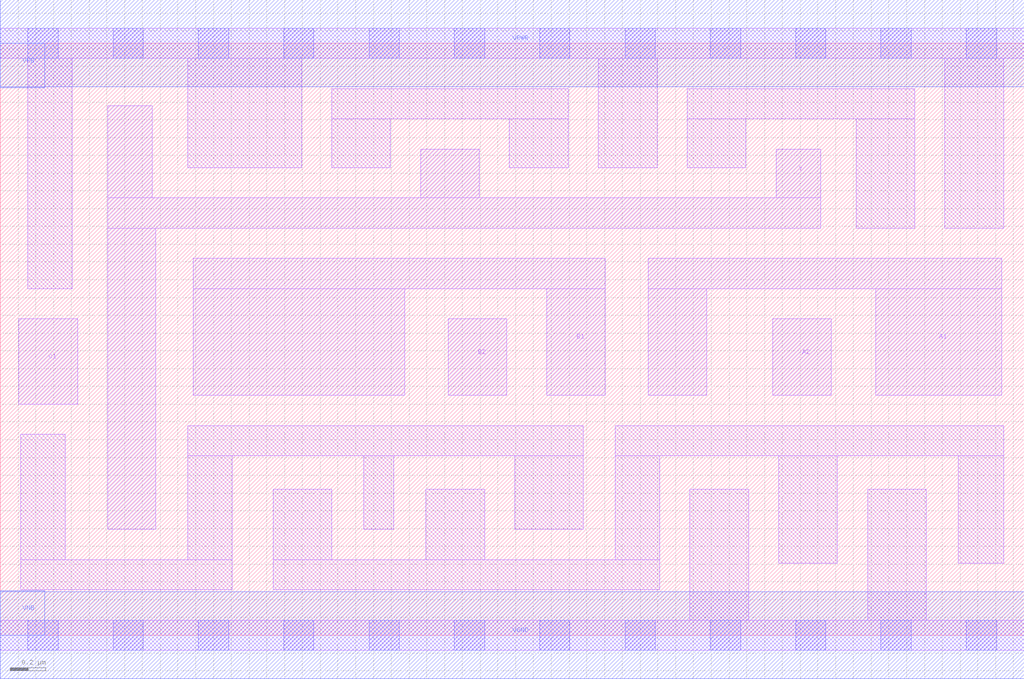
<source format=lef>
# Copyright 2020 The SkyWater PDK Authors
#
# Licensed under the Apache License, Version 2.0 (the "License");
# you may not use this file except in compliance with the License.
# You may obtain a copy of the License at
#
#     https://www.apache.org/licenses/LICENSE-2.0
#
# Unless required by applicable law or agreed to in writing, software
# distributed under the License is distributed on an "AS IS" BASIS,
# WITHOUT WARRANTIES OR CONDITIONS OF ANY KIND, either express or implied.
# See the License for the specific language governing permissions and
# limitations under the License.
#
# SPDX-License-Identifier: Apache-2.0

VERSION 5.5 ;
NAMESCASESENSITIVE ON ;
BUSBITCHARS "[]" ;
DIVIDERCHAR "/" ;
MACRO sky130_fd_sc_hs__o221ai_2
  CLASS CORE ;
  SOURCE USER ;
  ORIGIN  0.000000  0.000000 ;
  SIZE  5.760000 BY  3.330000 ;
  SYMMETRY X Y ;
  SITE unit ;
  PIN A1
    ANTENNAGATEAREA  0.558000 ;
    DIRECTION INPUT ;
    USE SIGNAL ;
    PORT
      LAYER li1 ;
        RECT 3.645000 1.350000 3.975000 1.950000 ;
        RECT 3.645000 1.950000 5.635000 2.120000 ;
        RECT 4.925000 1.350000 5.635000 1.950000 ;
    END
  END A1
  PIN A2
    ANTENNAGATEAREA  0.558000 ;
    DIRECTION INPUT ;
    USE SIGNAL ;
    PORT
      LAYER li1 ;
        RECT 4.345000 1.350000 4.675000 1.780000 ;
    END
  END A2
  PIN B1
    ANTENNAGATEAREA  0.558000 ;
    DIRECTION INPUT ;
    USE SIGNAL ;
    PORT
      LAYER li1 ;
        RECT 1.085000 1.350000 2.275000 1.950000 ;
        RECT 1.085000 1.950000 3.405000 2.120000 ;
        RECT 3.075000 1.350000 3.405000 1.950000 ;
    END
  END B1
  PIN B2
    ANTENNAGATEAREA  0.558000 ;
    DIRECTION INPUT ;
    USE SIGNAL ;
    PORT
      LAYER li1 ;
        RECT 2.520000 1.350000 2.850000 1.780000 ;
    END
  END B2
  PIN C1
    ANTENNAGATEAREA  0.558000 ;
    DIRECTION INPUT ;
    USE SIGNAL ;
    PORT
      LAYER li1 ;
        RECT 0.105000 1.300000 0.435000 1.780000 ;
    END
  END C1
  PIN Y
    ANTENNADIFFAREA  1.232000 ;
    DIRECTION OUTPUT ;
    USE SIGNAL ;
    PORT
      LAYER li1 ;
        RECT 0.605000 0.595000 0.875000 2.290000 ;
        RECT 0.605000 2.290000 4.615000 2.460000 ;
        RECT 0.605000 2.460000 0.855000 2.980000 ;
        RECT 2.365000 2.460000 2.695000 2.735000 ;
        RECT 4.365000 2.460000 4.615000 2.735000 ;
    END
  END Y
  PIN VGND
    DIRECTION INOUT ;
    USE GROUND ;
    PORT
      LAYER met1 ;
        RECT 0.000000 -0.245000 5.760000 0.245000 ;
    END
  END VGND
  PIN VNB
    DIRECTION INOUT ;
    USE GROUND ;
    PORT
      LAYER met1 ;
        RECT 0.000000 0.000000 0.250000 0.250000 ;
    END
  END VNB
  PIN VPB
    DIRECTION INOUT ;
    USE POWER ;
    PORT
      LAYER met1 ;
        RECT 0.000000 3.080000 0.250000 3.330000 ;
    END
  END VPB
  PIN VPWR
    DIRECTION INOUT ;
    USE POWER ;
    PORT
      LAYER met1 ;
        RECT 0.000000 3.085000 5.760000 3.575000 ;
    END
  END VPWR
  OBS
    LAYER li1 ;
      RECT 0.000000 -0.085000 5.760000 0.085000 ;
      RECT 0.000000  3.245000 5.760000 3.415000 ;
      RECT 0.115000  0.255000 1.305000 0.425000 ;
      RECT 0.115000  0.425000 0.365000 1.130000 ;
      RECT 0.155000  1.950000 0.405000 3.245000 ;
      RECT 1.055000  0.425000 1.305000 1.010000 ;
      RECT 1.055000  1.010000 3.280000 1.180000 ;
      RECT 1.055000  2.630000 1.695000 3.245000 ;
      RECT 1.535000  0.255000 3.710000 0.425000 ;
      RECT 1.535000  0.425000 1.865000 0.820000 ;
      RECT 1.865000  2.630000 2.195000 2.905000 ;
      RECT 1.865000  2.905000 3.195000 3.075000 ;
      RECT 2.045000  0.595000 2.215000 1.010000 ;
      RECT 2.395000  0.425000 2.725000 0.820000 ;
      RECT 2.865000  2.630000 3.195000 2.905000 ;
      RECT 2.895000  0.595000 3.280000 1.010000 ;
      RECT 3.365000  2.630000 3.695000 3.245000 ;
      RECT 3.460000  0.425000 3.710000 1.010000 ;
      RECT 3.460000  1.010000 5.645000 1.180000 ;
      RECT 3.865000  2.630000 4.195000 2.905000 ;
      RECT 3.865000  2.905000 5.145000 3.075000 ;
      RECT 3.880000  0.085000 4.210000 0.820000 ;
      RECT 4.380000  0.405000 4.710000 1.010000 ;
      RECT 4.815000  2.290000 5.145000 2.905000 ;
      RECT 4.880000  0.085000 5.210000 0.820000 ;
      RECT 5.315000  2.290000 5.645000 3.245000 ;
      RECT 5.390000  0.405000 5.645000 1.010000 ;
    LAYER mcon ;
      RECT 0.155000 -0.085000 0.325000 0.085000 ;
      RECT 0.155000  3.245000 0.325000 3.415000 ;
      RECT 0.635000 -0.085000 0.805000 0.085000 ;
      RECT 0.635000  3.245000 0.805000 3.415000 ;
      RECT 1.115000 -0.085000 1.285000 0.085000 ;
      RECT 1.115000  3.245000 1.285000 3.415000 ;
      RECT 1.595000 -0.085000 1.765000 0.085000 ;
      RECT 1.595000  3.245000 1.765000 3.415000 ;
      RECT 2.075000 -0.085000 2.245000 0.085000 ;
      RECT 2.075000  3.245000 2.245000 3.415000 ;
      RECT 2.555000 -0.085000 2.725000 0.085000 ;
      RECT 2.555000  3.245000 2.725000 3.415000 ;
      RECT 3.035000 -0.085000 3.205000 0.085000 ;
      RECT 3.035000  3.245000 3.205000 3.415000 ;
      RECT 3.515000 -0.085000 3.685000 0.085000 ;
      RECT 3.515000  3.245000 3.685000 3.415000 ;
      RECT 3.995000 -0.085000 4.165000 0.085000 ;
      RECT 3.995000  3.245000 4.165000 3.415000 ;
      RECT 4.475000 -0.085000 4.645000 0.085000 ;
      RECT 4.475000  3.245000 4.645000 3.415000 ;
      RECT 4.955000 -0.085000 5.125000 0.085000 ;
      RECT 4.955000  3.245000 5.125000 3.415000 ;
      RECT 5.435000 -0.085000 5.605000 0.085000 ;
      RECT 5.435000  3.245000 5.605000 3.415000 ;
  END
END sky130_fd_sc_hs__o221ai_2
END LIBRARY

</source>
